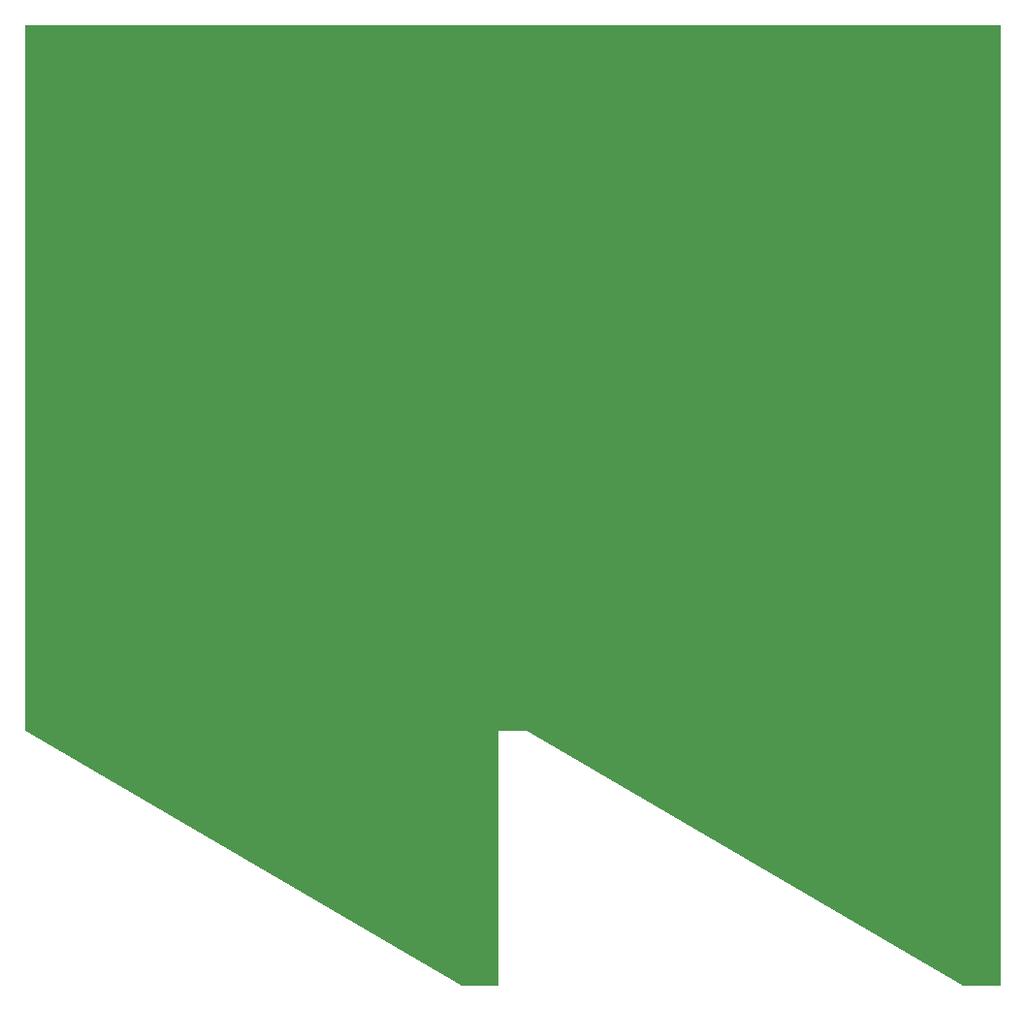
<source format=gts>
G04 #@! TF.GenerationSoftware,KiCad,Pcbnew,5.1.5+dfsg1-2build2*
G04 #@! TF.CreationDate,2020-12-19T04:00:09+09:00*
G04 #@! TF.ProjectId,shield,73686965-6c64-42e6-9b69-6361645f7063,rev?*
G04 #@! TF.SameCoordinates,Original*
G04 #@! TF.FileFunction,Soldermask,Top*
G04 #@! TF.FilePolarity,Negative*
%FSLAX46Y46*%
G04 Gerber Fmt 4.6, Leading zero omitted, Abs format (unit mm)*
G04 Created by KiCad (PCBNEW 5.1.5+dfsg1-2build2) date 2020-12-19 04:00:09*
%MOMM*%
%LPD*%
G04 APERTURE LIST*
%ADD10C,0.100000*%
G04 APERTURE END LIST*
D10*
G36*
X116205000Y-124460000D02*
G01*
X113030000Y-124460000D01*
X74930000Y-102235000D01*
X72390000Y-102235000D01*
X72390000Y-124460000D01*
X69215000Y-124460000D01*
X31115000Y-102235000D01*
X31115000Y-40640000D01*
X116205000Y-40640000D01*
X116205000Y-124460000D01*
G37*
X116205000Y-124460000D02*
X113030000Y-124460000D01*
X74930000Y-102235000D01*
X72390000Y-102235000D01*
X72390000Y-124460000D01*
X69215000Y-124460000D01*
X31115000Y-102235000D01*
X31115000Y-40640000D01*
X116205000Y-40640000D01*
X116205000Y-124460000D01*
G36*
X68855880Y-115869776D02*
G01*
X69236593Y-115945504D01*
X69646249Y-116115189D01*
X70014929Y-116361534D01*
X70328466Y-116675071D01*
X70574811Y-117043751D01*
X70744496Y-117453407D01*
X70831000Y-117888296D01*
X70831000Y-118331704D01*
X70744496Y-118766593D01*
X70574811Y-119176249D01*
X70328466Y-119544929D01*
X70014929Y-119858466D01*
X69646249Y-120104811D01*
X69236593Y-120274496D01*
X68855880Y-120350224D01*
X68801705Y-120361000D01*
X68358295Y-120361000D01*
X68304120Y-120350224D01*
X67923407Y-120274496D01*
X67513751Y-120104811D01*
X67145071Y-119858466D01*
X66831534Y-119544929D01*
X66585189Y-119176249D01*
X66415504Y-118766593D01*
X66329000Y-118331704D01*
X66329000Y-117888296D01*
X66415504Y-117453407D01*
X66585189Y-117043751D01*
X66831534Y-116675071D01*
X67145071Y-116361534D01*
X67513751Y-116115189D01*
X67923407Y-115945504D01*
X68304120Y-115869776D01*
X68358295Y-115859000D01*
X68801705Y-115859000D01*
X68855880Y-115869776D01*
G37*
G36*
X112670880Y-115869776D02*
G01*
X113051593Y-115945504D01*
X113461249Y-116115189D01*
X113829929Y-116361534D01*
X114143466Y-116675071D01*
X114389811Y-117043751D01*
X114559496Y-117453407D01*
X114646000Y-117888296D01*
X114646000Y-118331704D01*
X114559496Y-118766593D01*
X114389811Y-119176249D01*
X114143466Y-119544929D01*
X113829929Y-119858466D01*
X113461249Y-120104811D01*
X113051593Y-120274496D01*
X112670880Y-120350224D01*
X112616705Y-120361000D01*
X112173295Y-120361000D01*
X112119120Y-120350224D01*
X111738407Y-120274496D01*
X111328751Y-120104811D01*
X110960071Y-119858466D01*
X110646534Y-119544929D01*
X110400189Y-119176249D01*
X110230504Y-118766593D01*
X110144000Y-118331704D01*
X110144000Y-117888296D01*
X110230504Y-117453407D01*
X110400189Y-117043751D01*
X110646534Y-116675071D01*
X110960071Y-116361534D01*
X111328751Y-116115189D01*
X111738407Y-115945504D01*
X112119120Y-115869776D01*
X112173295Y-115859000D01*
X112616705Y-115859000D01*
X112670880Y-115869776D01*
G37*
G36*
X79015880Y-98089776D02*
G01*
X79396593Y-98165504D01*
X79806249Y-98335189D01*
X80174929Y-98581534D01*
X80488466Y-98895071D01*
X80734811Y-99263751D01*
X80904496Y-99673407D01*
X80991000Y-100108296D01*
X80991000Y-100551704D01*
X80904496Y-100986593D01*
X80734811Y-101396249D01*
X80488466Y-101764929D01*
X80174929Y-102078466D01*
X79806249Y-102324811D01*
X79396593Y-102494496D01*
X79015880Y-102570224D01*
X78961705Y-102581000D01*
X78518295Y-102581000D01*
X78464120Y-102570224D01*
X78083407Y-102494496D01*
X77673751Y-102324811D01*
X77305071Y-102078466D01*
X76991534Y-101764929D01*
X76745189Y-101396249D01*
X76575504Y-100986593D01*
X76489000Y-100551704D01*
X76489000Y-100108296D01*
X76575504Y-99673407D01*
X76745189Y-99263751D01*
X76991534Y-98895071D01*
X77305071Y-98581534D01*
X77673751Y-98335189D01*
X78083407Y-98165504D01*
X78464120Y-98089776D01*
X78518295Y-98079000D01*
X78961705Y-98079000D01*
X79015880Y-98089776D01*
G37*
G36*
X35200880Y-98089776D02*
G01*
X35581593Y-98165504D01*
X35991249Y-98335189D01*
X36359929Y-98581534D01*
X36673466Y-98895071D01*
X36919811Y-99263751D01*
X37089496Y-99673407D01*
X37176000Y-100108296D01*
X37176000Y-100551704D01*
X37089496Y-100986593D01*
X36919811Y-101396249D01*
X36673466Y-101764929D01*
X36359929Y-102078466D01*
X35991249Y-102324811D01*
X35581593Y-102494496D01*
X35200880Y-102570224D01*
X35146705Y-102581000D01*
X34703295Y-102581000D01*
X34649120Y-102570224D01*
X34268407Y-102494496D01*
X33858751Y-102324811D01*
X33490071Y-102078466D01*
X33176534Y-101764929D01*
X32930189Y-101396249D01*
X32760504Y-100986593D01*
X32674000Y-100551704D01*
X32674000Y-100108296D01*
X32760504Y-99673407D01*
X32930189Y-99263751D01*
X33176534Y-98895071D01*
X33490071Y-98581534D01*
X33858751Y-98335189D01*
X34268407Y-98165504D01*
X34649120Y-98089776D01*
X34703295Y-98079000D01*
X35146705Y-98079000D01*
X35200880Y-98089776D01*
G37*
G36*
X112670880Y-47289776D02*
G01*
X113051593Y-47365504D01*
X113461249Y-47535189D01*
X113829929Y-47781534D01*
X114143466Y-48095071D01*
X114389811Y-48463751D01*
X114559496Y-48873407D01*
X114646000Y-49308296D01*
X114646000Y-49751704D01*
X114559496Y-50186593D01*
X114389811Y-50596249D01*
X114143466Y-50964929D01*
X113829929Y-51278466D01*
X113461249Y-51524811D01*
X113051593Y-51694496D01*
X112670880Y-51770224D01*
X112616705Y-51781000D01*
X112173295Y-51781000D01*
X112119120Y-51770224D01*
X111738407Y-51694496D01*
X111328751Y-51524811D01*
X110960071Y-51278466D01*
X110646534Y-50964929D01*
X110400189Y-50596249D01*
X110230504Y-50186593D01*
X110144000Y-49751704D01*
X110144000Y-49308296D01*
X110230504Y-48873407D01*
X110400189Y-48463751D01*
X110646534Y-48095071D01*
X110960071Y-47781534D01*
X111328751Y-47535189D01*
X111738407Y-47365504D01*
X112119120Y-47289776D01*
X112173295Y-47279000D01*
X112616705Y-47279000D01*
X112670880Y-47289776D01*
G37*
G36*
X68855880Y-47289776D02*
G01*
X69236593Y-47365504D01*
X69646249Y-47535189D01*
X70014929Y-47781534D01*
X70328466Y-48095071D01*
X70574811Y-48463751D01*
X70744496Y-48873407D01*
X70831000Y-49308296D01*
X70831000Y-49751704D01*
X70744496Y-50186593D01*
X70574811Y-50596249D01*
X70328466Y-50964929D01*
X70014929Y-51278466D01*
X69646249Y-51524811D01*
X69236593Y-51694496D01*
X68855880Y-51770224D01*
X68801705Y-51781000D01*
X68358295Y-51781000D01*
X68304120Y-51770224D01*
X67923407Y-51694496D01*
X67513751Y-51524811D01*
X67145071Y-51278466D01*
X66831534Y-50964929D01*
X66585189Y-50596249D01*
X66415504Y-50186593D01*
X66329000Y-49751704D01*
X66329000Y-49308296D01*
X66415504Y-48873407D01*
X66585189Y-48463751D01*
X66831534Y-48095071D01*
X67145071Y-47781534D01*
X67513751Y-47535189D01*
X67923407Y-47365504D01*
X68304120Y-47289776D01*
X68358295Y-47279000D01*
X68801705Y-47279000D01*
X68855880Y-47289776D01*
G37*
M02*

</source>
